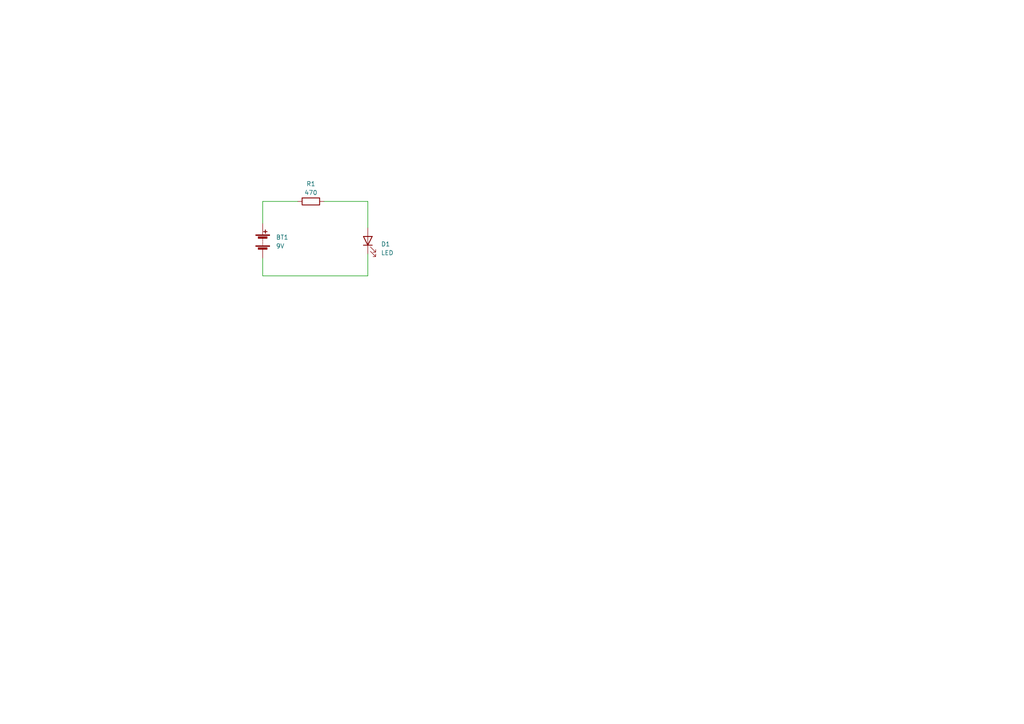
<source format=kicad_sch>
(kicad_sch (version 20230121) (generator eeschema)
  (paper "A4")
  (lib_symbols
    (symbol "Device:Battery" (pin_numbers hide) (pin_names (offset 0) hide)
      (property "Reference" "BT" (at 2.54 2.54 0))
      (property "Value" "Battery" (at 2.54 0 0))
      (symbol "Battery_0_1"
        (rectangle (start -2.032 -1.397) (end 2.032 -1.651) (fill (type outline)))
        (rectangle (start -2.032 1.778) (end 2.032 1.524) (fill (type outline)))
        (rectangle (start -1.3208 -1.9812) (end 1.27 -2.4892) (fill (type outline)))
        (rectangle (start -1.3208 1.1938) (end 1.27 0.6858) (fill (type outline)))
        (polyline (pts (xy 0 -1.524) (xy 0 -1.27)))
        (polyline (pts (xy 0 -1.016) (xy 0 -0.762)))
        (polyline (pts (xy 0 -0.508) (xy 0 -0.254)))
        (polyline (pts (xy 0 0) (xy 0 0.254)))
        (polyline (pts (xy 0 0.508) (xy 0 0.762)))
        (polyline (pts (xy 0 1.778) (xy 0 2.54)))
        (polyline (pts (xy 0.254 2.667) (xy 1.27 2.667)) (stroke (width 0.254)))
        (polyline (pts (xy 0.762 3.175) (xy 0.762 2.159)) (stroke (width 0.254)))
      )
      (symbol "Battery_1_1"
        (pin passive line (at 0 5.08 270) (length 2.54) (name "+") (number "1"))
        (pin passive line (at 0 -5.08 90) (length 2.54) (name "-") (number "2"))
      )
    )
    (symbol "Device:LED" (pin_numbers hide) (pin_names (offset 1.016) hide)
      (property "Reference" "D" (at 0 2.54 0))
      (property "Value" "LED" (at 0 -2.54 0))
      (symbol "LED_0_1"
        (polyline (pts (xy -1.27 -1.27) (xy -1.27 1.27)) (stroke (width 0.254)))
        (polyline (pts (xy -1.27 0) (xy 1.27 0)))
        (polyline (pts (xy 1.27 -1.27) (xy 1.27 1.27) (xy -1.27 0) (xy 1.27 -1.27)) (stroke (width 0.254)))
        (polyline (pts (xy -3.048 -0.762) (xy -4.572 -2.286) (xy -3.81 -2.286) (xy -4.572 -2.286) (xy -4.572 -1.524)))
        (polyline (pts (xy -1.778 -0.762) (xy -3.302 -2.286) (xy -2.54 -2.286) (xy -3.302 -2.286) (xy -3.302 -1.524)))
      )
      (symbol "LED_1_1"
        (pin passive line (at -3.81 0 0) (length 2.54) (name "K") (number "1"))
        (pin passive line (at 3.81 0 180) (length 2.54) (name "A") (number "2"))
      )
    )
    (symbol "Device:R" (pin_numbers hide) (pin_names (offset 0))
      (property "Reference" "R" (at 2.032 0 90))
      (property "Value" "R" (at 0 0 90))
      (symbol "R_0_1"
        (rectangle (start -1.016 -2.54) (end 1.016 2.54) (stroke (width 0.254)))
      )
      (symbol "R_1_1"
        (pin passive line (at 0 3.81 270) (length 1.27) (name "~") (number "1"))
        (pin passive line (at 0 -3.81 90) (length 1.27) (name "~") (number "2"))
      )
    )
  )
  (wire (pts (xy 76.2 58.42) (xy 86.36 58.42)))
  (wire (pts (xy 76.2 80.01) (xy 106.68 80.01)))
  (wire (pts (xy 106.68 80.01) (xy 106.68 73.66)))
  (wire (pts (xy 76.2 74.93) (xy 76.2 80.01)))
  (wire (pts (xy 93.98 58.42) (xy 106.68 58.42)))
  (wire (pts (xy 106.68 58.42) (xy 106.68 66.04)))
  (wire (pts (xy 76.2 64.77) (xy 76.2 58.42)))
  (symbol (lib_id "Device:LED") (at 106.68 69.85 90) (unit 1)
    (property "Reference" "D1" (at 110.49 70.8025 90) (effects (justify right)))
    (property "Value" "LED" (at 110.49 73.3425 90) (effects (justify right)))
    (property "Footprint" "LED_THT:LED_D5.0mm" (effects hide))
  )
  (symbol (lib_id "Device:R") (at 90.17 58.42 90) (unit 1)
    (property "Reference" "R1" (at 90.17 53.34 90))
    (property "Value" "470" (at 90.17 55.88 90))
    (property "Footprint" "Resistor_THT:R_Axial_DIN0309_L9.0mm_D3.2mm_P15.24mm_Horizontal" (effects hide))
  )
  (symbol (lib_id "Device:Battery") (at 76.2 69.85 0) (unit 1)
    (property "Reference" "BT1" (at 80.01 68.834 0) (effects (justify left)))
    (property "Value" "9V" (at 80.01 71.374 0) (effects (justify left)))
    (property "Footprint" "Connector_PinHeader_2.54mm:PinHeader_2x01_P2.54mm_Vertical" (effects hide))
  )
)
</source>
